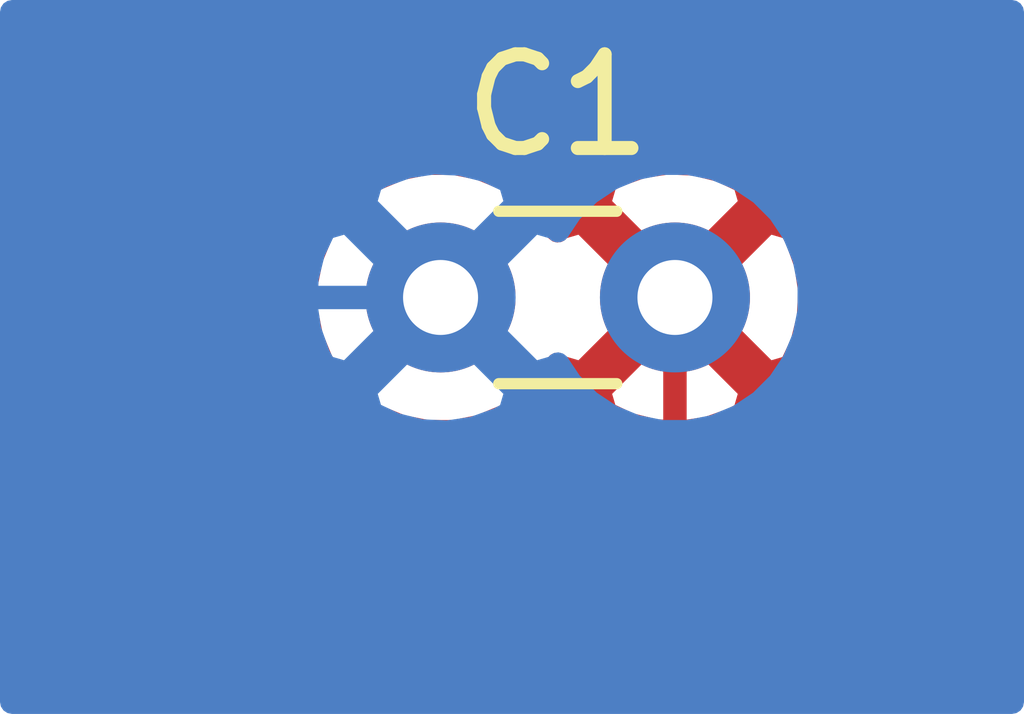
<source format=kicad_pcb>
(kicad_pcb (version 20171130) (host pcbnew "(5.1.6)-1")

  (general
    (thickness 1.6)
    (drawings 0)
    (tracks 6)
    (zones 0)
    (modules 1)
    (nets 3)
  )

  (page A4)
  (layers
    (0 F.Cu signal)
    (31 B.Cu signal)
    (32 B.Adhes user)
    (33 F.Adhes user)
    (34 B.Paste user)
    (35 F.Paste user)
    (36 B.SilkS user)
    (37 F.SilkS user)
    (38 B.Mask user)
    (39 F.Mask user)
    (40 Dwgs.User user)
    (41 Cmts.User user)
    (42 Eco1.User user)
    (43 Eco2.User user)
    (44 Edge.Cuts user)
    (45 Margin user)
    (46 B.CrtYd user)
    (47 F.CrtYd user)
    (48 B.Fab user)
    (49 F.Fab user)
  )

  (setup
    (last_trace_width 0.25)
    (trace_clearance 0.2)
    (zone_clearance 0.508)
    (zone_45_only no)
    (trace_min 0.2)
    (via_size 1)
    (via_drill 0.8)
    (via_min_size 1)
    (via_min_drill 0.5)
    (user_via 1 0.8)
    (user_via 2.2 2)
    (uvia_size 0.3)
    (uvia_drill 0.1)
    (uvias_allowed no)
    (uvia_min_size 0.2)
    (uvia_min_drill 0.1)
    (edge_width 0.05)
    (segment_width 0.2)
    (pcb_text_width 0.3)
    (pcb_text_size 1.5 1.5)
    (mod_edge_width 0.12)
    (mod_text_size 1 1)
    (mod_text_width 0.15)
    (pad_size 1.524 1.524)
    (pad_drill 0.762)
    (pad_to_mask_clearance 0.05)
    (aux_axis_origin 0 0)
    (visible_elements FFFFFF7F)
    (pcbplotparams
      (layerselection 0x010fc_ffffffff)
      (usegerberextensions false)
      (usegerberattributes true)
      (usegerberadvancedattributes true)
      (creategerberjobfile true)
      (excludeedgelayer true)
      (linewidth 0.100000)
      (plotframeref false)
      (viasonmask false)
      (mode 1)
      (useauxorigin false)
      (hpglpennumber 1)
      (hpglpenspeed 20)
      (hpglpendiameter 15.000000)
      (psnegative false)
      (psa4output false)
      (plotreference true)
      (plotvalue true)
      (plotinvisibletext false)
      (padsonsilk false)
      (subtractmaskfromsilk false)
      (outputformat 1)
      (mirror false)
      (drillshape 1)
      (scaleselection 1)
      (outputdirectory ""))
  )

  (net 0 "")
  (net 1 VCC)
  (net 2 GND)

  (net_class Default "This is the default net class."
    (clearance 0.2)
    (trace_width 0.25)
    (via_dia 1)
    (via_drill 0.8)
    (uvia_dia 0.3)
    (uvia_drill 0.1)
    (add_net GND)
    (add_net VCC)
  )

  (module Capacitor_THT:C_Disc_D3.0mm_W1.6mm_P2.50mm (layer F.Cu) (tedit 5AE50EF0) (tstamp 5F0B09A6)
    (at 212.598 72.009)
    (descr "C, Disc series, Radial, pin pitch=2.50mm, , diameter*width=3.0*1.6mm^2, Capacitor, http://www.vishay.com/docs/45233/krseries.pdf")
    (tags "C Disc series Radial pin pitch 2.50mm  diameter 3.0mm width 1.6mm Capacitor")
    (path /5F0AC7B5)
    (fp_text reference C1 (at 1.25 -2.05) (layer F.SilkS)
      (effects (font (size 1 1) (thickness 0.15)))
    )
    (fp_text value C (at 1.25 2.05) (layer F.Fab)
      (effects (font (size 1 1) (thickness 0.15)))
    )
    (fp_line (start 3.55 -1.05) (end -1.05 -1.05) (layer F.CrtYd) (width 0.05))
    (fp_line (start 3.55 1.05) (end 3.55 -1.05) (layer F.CrtYd) (width 0.05))
    (fp_line (start -1.05 1.05) (end 3.55 1.05) (layer F.CrtYd) (width 0.05))
    (fp_line (start -1.05 -1.05) (end -1.05 1.05) (layer F.CrtYd) (width 0.05))
    (fp_line (start 0.621 0.92) (end 1.879 0.92) (layer F.SilkS) (width 0.12))
    (fp_line (start 0.621 -0.92) (end 1.879 -0.92) (layer F.SilkS) (width 0.12))
    (fp_line (start 2.75 -0.8) (end -0.25 -0.8) (layer F.Fab) (width 0.1))
    (fp_line (start 2.75 0.8) (end 2.75 -0.8) (layer F.Fab) (width 0.1))
    (fp_line (start -0.25 0.8) (end 2.75 0.8) (layer F.Fab) (width 0.1))
    (fp_line (start -0.25 -0.8) (end -0.25 0.8) (layer F.Fab) (width 0.1))
    (fp_text user %R (at 1.25 0) (layer F.Fab)
      (effects (font (size 0.6 0.6) (thickness 0.09)))
    )
    (pad 1 thru_hole circle (at 0 0) (size 1.6 1.6) (drill 0.8) (layers *.Cu *.Mask)
      (net 1 VCC))
    (pad 2 thru_hole circle (at 2.5 0) (size 1.6 1.6) (drill 0.8) (layers *.Cu *.Mask)
      (net 2 GND))
    (model ${KISYS3DMOD}/Capacitor_THT.3dshapes/C_Disc_D3.0mm_W1.6mm_P2.50mm.wrl
      (at (xyz 0 0 0))
      (scale (xyz 1 1 1))
      (rotate (xyz 0 0 0))
    )
  )

  (segment (start 212.598 72.009) (end 209.296 72.009) (width 0.25) (layer B.Cu) (net 1))
  (segment (start 209.296 72.009) (end 208.788 72.517) (width 0.25) (layer B.Cu) (net 1))
  (segment (start 208.788 72.517) (end 208.788 74.422) (width 0.25) (layer B.Cu) (net 1))
  (segment (start 208.788 74.422) (end 209.423 75.057) (width 0.25) (layer B.Cu) (net 1))
  (segment (start 215.098 72.009) (end 215.098 74.589) (width 0.25) (layer F.Cu) (net 2))
  (segment (start 215.098 74.589) (end 214.884 74.803) (width 0.25) (layer F.Cu) (net 2))

  (zone (net 2) (net_name GND) (layer F.Cu) (tstamp 0) (hatch edge 0.508)
    (connect_pads (clearance 0.508))
    (min_thickness 0.254)
    (fill yes (arc_segments 32) (thermal_gap 0.508) (thermal_bridge_width 0.508))
    (polygon
      (pts
        (xy 218.313 75.946) (xy 208.153 76.073) (xy 208.153 68.961) (xy 218.313 68.961)
      )
    )
    (filled_polygon
      (pts
        (xy 218.186 75.820578) (xy 208.28 75.944403) (xy 208.28 71.867665) (xy 211.163 71.867665) (xy 211.163 72.150335)
        (xy 211.218147 72.427574) (xy 211.32632 72.688727) (xy 211.483363 72.923759) (xy 211.683241 73.123637) (xy 211.918273 73.28068)
        (xy 212.179426 73.388853) (xy 212.456665 73.444) (xy 212.739335 73.444) (xy 213.016574 73.388853) (xy 213.277727 73.28068)
        (xy 213.512759 73.123637) (xy 213.634694 73.001702) (xy 214.284903 73.001702) (xy 214.356486 73.245671) (xy 214.611996 73.366571)
        (xy 214.886184 73.4353) (xy 215.168512 73.449217) (xy 215.44813 73.407787) (xy 215.714292 73.312603) (xy 215.839514 73.245671)
        (xy 215.911097 73.001702) (xy 215.098 72.188605) (xy 214.284903 73.001702) (xy 213.634694 73.001702) (xy 213.712637 72.923759)
        (xy 213.846692 72.723131) (xy 213.861329 72.750514) (xy 214.105298 72.822097) (xy 214.918395 72.009) (xy 215.277605 72.009)
        (xy 216.090702 72.822097) (xy 216.334671 72.750514) (xy 216.455571 72.495004) (xy 216.5243 72.220816) (xy 216.538217 71.938488)
        (xy 216.496787 71.65887) (xy 216.401603 71.392708) (xy 216.334671 71.267486) (xy 216.090702 71.195903) (xy 215.277605 72.009)
        (xy 214.918395 72.009) (xy 214.105298 71.195903) (xy 213.861329 71.267486) (xy 213.847676 71.296341) (xy 213.712637 71.094241)
        (xy 213.634694 71.016298) (xy 214.284903 71.016298) (xy 215.098 71.829395) (xy 215.911097 71.016298) (xy 215.839514 70.772329)
        (xy 215.584004 70.651429) (xy 215.309816 70.5827) (xy 215.027488 70.568783) (xy 214.74787 70.610213) (xy 214.481708 70.705397)
        (xy 214.356486 70.772329) (xy 214.284903 71.016298) (xy 213.634694 71.016298) (xy 213.512759 70.894363) (xy 213.277727 70.73732)
        (xy 213.016574 70.629147) (xy 212.739335 70.574) (xy 212.456665 70.574) (xy 212.179426 70.629147) (xy 211.918273 70.73732)
        (xy 211.683241 70.894363) (xy 211.483363 71.094241) (xy 211.32632 71.329273) (xy 211.218147 71.590426) (xy 211.163 71.867665)
        (xy 208.28 71.867665) (xy 208.28 69.088) (xy 218.186 69.088)
      )
    )
  )
  (zone (net 1) (net_name VCC) (layer B.Cu) (tstamp 0) (hatch edge 0.508)
    (connect_pads (clearance 0.508))
    (min_thickness 0.254)
    (fill yes (arc_segments 32) (thermal_gap 0.508) (thermal_bridge_width 0.508))
    (polygon
      (pts
        (xy 218.821 76.454) (xy 207.899 76.454) (xy 207.899 68.834) (xy 218.821 68.834)
      )
    )
    (filled_polygon
      (pts
        (xy 218.694 76.327) (xy 208.026 76.327) (xy 208.026 73.001702) (xy 211.784903 73.001702) (xy 211.856486 73.245671)
        (xy 212.111996 73.366571) (xy 212.386184 73.4353) (xy 212.668512 73.449217) (xy 212.94813 73.407787) (xy 213.214292 73.312603)
        (xy 213.339514 73.245671) (xy 213.411097 73.001702) (xy 212.598 72.188605) (xy 211.784903 73.001702) (xy 208.026 73.001702)
        (xy 208.026 72.079512) (xy 211.157783 72.079512) (xy 211.199213 72.35913) (xy 211.294397 72.625292) (xy 211.361329 72.750514)
        (xy 211.605298 72.822097) (xy 212.418395 72.009) (xy 212.777605 72.009) (xy 213.590702 72.822097) (xy 213.834671 72.750514)
        (xy 213.848324 72.721659) (xy 213.983363 72.923759) (xy 214.183241 73.123637) (xy 214.418273 73.28068) (xy 214.679426 73.388853)
        (xy 214.956665 73.444) (xy 215.239335 73.444) (xy 215.516574 73.388853) (xy 215.777727 73.28068) (xy 216.012759 73.123637)
        (xy 216.212637 72.923759) (xy 216.36968 72.688727) (xy 216.477853 72.427574) (xy 216.533 72.150335) (xy 216.533 71.867665)
        (xy 216.477853 71.590426) (xy 216.36968 71.329273) (xy 216.212637 71.094241) (xy 216.012759 70.894363) (xy 215.777727 70.73732)
        (xy 215.516574 70.629147) (xy 215.239335 70.574) (xy 214.956665 70.574) (xy 214.679426 70.629147) (xy 214.418273 70.73732)
        (xy 214.183241 70.894363) (xy 213.983363 71.094241) (xy 213.849308 71.294869) (xy 213.834671 71.267486) (xy 213.590702 71.195903)
        (xy 212.777605 72.009) (xy 212.418395 72.009) (xy 211.605298 71.195903) (xy 211.361329 71.267486) (xy 211.240429 71.522996)
        (xy 211.1717 71.797184) (xy 211.157783 72.079512) (xy 208.026 72.079512) (xy 208.026 71.016298) (xy 211.784903 71.016298)
        (xy 212.598 71.829395) (xy 213.411097 71.016298) (xy 213.339514 70.772329) (xy 213.084004 70.651429) (xy 212.809816 70.5827)
        (xy 212.527488 70.568783) (xy 212.24787 70.610213) (xy 211.981708 70.705397) (xy 211.856486 70.772329) (xy 211.784903 71.016298)
        (xy 208.026 71.016298) (xy 208.026 68.961) (xy 218.694 68.961)
      )
    )
  )
)

</source>
